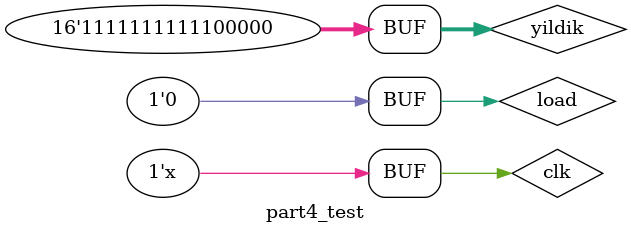
<source format=v>
/*
	150180005	Yağmur Çağlar
	
	150180010	Elif Arıkan
	
	150180059	Veysel Emre Köse
*/
//////////////////////////////////////////////-------------------------/////////////////////////////////////////////
//////////////////////////////////////////////GATE IMPLEMENTATION TESTS/////////////////////////////////////////////
//////////////////////////////////////////////-------------------------/////////////////////////////////////////////

module nand_test();
	reg i_1, i_2;
	
	wire o;
	
	nand_gate uut(.i_1(i_1), .i_2(i_2), .o(o));
	
	initial begin
		i_1=0; i_2=0; #250;
		i_1=1; i_2=0; #250;
		i_1=0; i_2=1; #250;
		i_1=1; i_2=1; #250;
	end
endmodule

//////////////////////////////////////////////-------------------------/////////////////////////////////////////////
//////////////////////////////////////////////-------PART 1 TESTS------/////////////////////////////////////////////
//////////////////////////////////////////////-------------------------/////////////////////////////////////////////

module sr_test();
	reg S, R;

	wire Q, Qnot;
	
	SR  uut(.S(S), .R(R), .Q(Q), .Qnot(Qnot));
	
	initial begin
		S=1; R=0; #200;
		S=0; R=0; #200;
		S=0; R=1; #200;
		S=0; R=0; #200;
		S=1; R=1; #200;
	end
endmodule

//////////////////////////////////////////////-------------------------/////////////////////////////////////////////
//////////////////////////////////////////////------PART 2 TEST--------/////////////////////////////////////////////
//////////////////////////////////////////////-------------------------/////////////////////////////////////////////
module sr_e_test();
	reg S, R,E;

	wire Q, Qnot;
	
	SR_E  uut(.S(S), .R(R), .E(E), .Q(Q), .Qnot(Qnot));
	
	initial begin
		S=0; E=0; R=0; #200;
		S=1; E=1; R=0; #200;
		S=0; E=1; R=1; #200;
		S=0; E=1; R=0; #200;
		S=1; E=1; R=1; #200; //forbidden
	end
endmodule

//////////////////////////////////////////////-------------------------/////////////////////////////////////////////
//////////////////////////////////////////////--------PART 3 TEST -----/////////////////////////////////////////////
//////////////////////////////////////////////-------------------------/////////////////////////////////////////////
module d_latch_test();
	reg D, Clk;

	wire Q, Qnot;
	
	d_latch  uut(.D(D), .Clk(Clk), .Q(Q), .Qnot(Qnot));
	
	initial begin
		D=0; Clk=0; #125;
		D=0; Clk=1; #125;
		D=1; Clk=0; #125;
		D=1; Clk=1; #125;
		D=0; Clk=0; #125;
		D=0; Clk=1; #125;
		D=1; Clk=0; #125;
		D=1; Clk=1; #125;
	end
endmodule


module d_flip_flop_test();
	reg D, Clk;

	wire Q, Qnot;
	
	d_flip_flop uut(.D(D), .Clk(Clk), .Q(Q), .Qnot(Qnot));
	
	initial begin
		D=0; Clk=0; #125;
		D=0; Clk=1; #125;
		D=1; Clk=0; #125;
		D=1; Clk=1; #125;
		D=0; Clk=0; #125;
		D=0; Clk=1; #125;
		D=1; Clk=0; #125;
		D=1; Clk=1; #125;
	end
endmodule

//////////////////////////////////////////////-------------------------/////////////////////////////////////////////
//////////////////////////////////////////////------PART 4 TEST -------/////////////////////////////////////////////
//////////////////////////////////////////////-------------------------/////////////////////////////////////////////

module part4_test();
       reg [15:0] yildik;
       reg clk;
       reg load;
       wire Q;
       
       shifreg uut(.yildik(yildik), .clk(clk), .load(load), .Q(Q));
       
       initial begin
            clk=0;
            yildik=16'b1010101010101010; load=1; #8;
            load=0; #128;
            yildik=16'b1100110011001100; load=1; #8;
            load=0; #128;
            yildik=16'b1111000011110000; load=1; #8;
            load=0; #128;
            yildik=16'b1000000010000000; load=1; #8;
            load=0; #128;
            yildik=16'b1000000000000000; load=1; #8;
            load=0; #128;
            yildik=16'b1110000000000000; load=1; #8;
            load=0; #128;
            yildik=16'b1111111111100000; load=1; #8;
            load=0; #128;
        end
        
        always begin 
            #4; clk=~clk;
        end 
endmodule 
</source>
